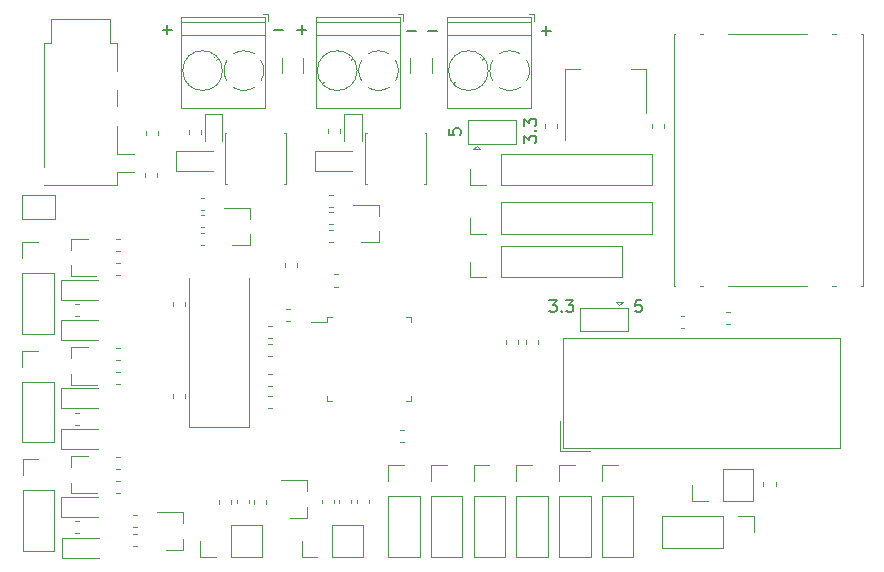
<source format=gto>
G04 #@! TF.GenerationSoftware,KiCad,Pcbnew,6.0.0-rc1-unknown-170ff66~66~ubuntu18.10.1*
G04 #@! TF.CreationDate,2019-01-13T15:31:38-08:00
G04 #@! TF.ProjectId,EExtruder,45457874-7275-4646-9572-2e6b69636164,rev?*
G04 #@! TF.SameCoordinates,Original*
G04 #@! TF.FileFunction,Legend,Top*
G04 #@! TF.FilePolarity,Positive*
%FSLAX46Y46*%
G04 Gerber Fmt 4.6, Leading zero omitted, Abs format (unit mm)*
G04 Created by KiCad (PCBNEW 6.0.0-rc1-unknown-170ff66~66~ubuntu18.10.1) date Sun 13 Jan 2019 03:31:38 PM PST*
%MOMM*%
%LPD*%
G04 APERTURE LIST*
%ADD10C,0.150000*%
%ADD11C,0.120000*%
%ADD12C,0.100000*%
%ADD13C,1.602000*%
%ADD14R,2.602000X1.302000*%
%ADD15R,1.602000X2.102000*%
%ADD16R,3.902000X2.102000*%
%ADD17O,1.802000X1.802000*%
%ADD18R,1.802000X1.802000*%
%ADD19R,1.102000X1.602000*%
%ADD20R,1.052000X0.977000*%
%ADD21R,0.977000X1.052000*%
%ADD22R,3.102000X0.229000*%
%ADD23R,0.229000X3.102000*%
%ADD24C,0.300000*%
%ADD25R,2.502000X2.502000*%
%ADD26C,2.502000*%
%ADD27R,1.852000X1.352000*%
%ADD28R,2.102000X4.102000*%
%ADD29C,3.302000*%
%ADD30O,1.829200X1.829200*%
%ADD31R,1.829200X1.829200*%
%ADD32R,2.102000X4.602000*%
%ADD33R,0.352000X1.402000*%
%ADD34R,1.402000X0.352000*%
%ADD35R,1.002000X0.902000*%
%ADD36R,0.840000X1.290000*%
%ADD37R,4.340000X3.440000*%
%ADD38R,4.840000X1.690000*%
%ADD39R,1.102000X1.102000*%
%ADD40C,0.977000*%
G04 APERTURE END LIST*
D10*
X161819047Y-84971428D02*
X162580952Y-84971428D01*
X141119047Y-84871428D02*
X141880952Y-84871428D01*
X141500000Y-85252380D02*
X141500000Y-84490476D01*
X150519047Y-84871428D02*
X151280952Y-84871428D01*
X152519047Y-84871428D02*
X153280952Y-84871428D01*
X152900000Y-85252380D02*
X152900000Y-84490476D01*
X163619047Y-84971428D02*
X164380952Y-84971428D01*
X173219047Y-84971428D02*
X173980952Y-84971428D01*
X173600000Y-85352380D02*
X173600000Y-84590476D01*
X173852380Y-107752380D02*
X174471428Y-107752380D01*
X174138095Y-108133333D01*
X174280952Y-108133333D01*
X174376190Y-108180952D01*
X174423809Y-108228571D01*
X174471428Y-108323809D01*
X174471428Y-108561904D01*
X174423809Y-108657142D01*
X174376190Y-108704761D01*
X174280952Y-108752380D01*
X173995238Y-108752380D01*
X173900000Y-108704761D01*
X173852380Y-108657142D01*
X174900000Y-108657142D02*
X174947619Y-108704761D01*
X174900000Y-108752380D01*
X174852380Y-108704761D01*
X174900000Y-108657142D01*
X174900000Y-108752380D01*
X175280952Y-107752380D02*
X175900000Y-107752380D01*
X175566666Y-108133333D01*
X175709523Y-108133333D01*
X175804761Y-108180952D01*
X175852380Y-108228571D01*
X175900000Y-108323809D01*
X175900000Y-108561904D01*
X175852380Y-108657142D01*
X175804761Y-108704761D01*
X175709523Y-108752380D01*
X175423809Y-108752380D01*
X175328571Y-108704761D01*
X175280952Y-108657142D01*
X181638095Y-107752380D02*
X181161904Y-107752380D01*
X181114285Y-108228571D01*
X181161904Y-108180952D01*
X181257142Y-108133333D01*
X181495238Y-108133333D01*
X181590476Y-108180952D01*
X181638095Y-108228571D01*
X181685714Y-108323809D01*
X181685714Y-108561904D01*
X181638095Y-108657142D01*
X181590476Y-108704761D01*
X181495238Y-108752380D01*
X181257142Y-108752380D01*
X181161904Y-108704761D01*
X181114285Y-108657142D01*
X165352380Y-93261904D02*
X165352380Y-93738095D01*
X165828571Y-93785714D01*
X165780952Y-93738095D01*
X165733333Y-93642857D01*
X165733333Y-93404761D01*
X165780952Y-93309523D01*
X165828571Y-93261904D01*
X165923809Y-93214285D01*
X166161904Y-93214285D01*
X166257142Y-93261904D01*
X166304761Y-93309523D01*
X166352380Y-93404761D01*
X166352380Y-93642857D01*
X166304761Y-93738095D01*
X166257142Y-93785714D01*
X171752380Y-94447619D02*
X171752380Y-93828571D01*
X172133333Y-94161904D01*
X172133333Y-94019047D01*
X172180952Y-93923809D01*
X172228571Y-93876190D01*
X172323809Y-93828571D01*
X172561904Y-93828571D01*
X172657142Y-93876190D01*
X172704761Y-93923809D01*
X172752380Y-94019047D01*
X172752380Y-94304761D01*
X172704761Y-94400000D01*
X172657142Y-94447619D01*
X172657142Y-93400000D02*
X172704761Y-93352380D01*
X172752380Y-93400000D01*
X172704761Y-93447619D01*
X172657142Y-93400000D01*
X172752380Y-93400000D01*
X171752380Y-93019047D02*
X171752380Y-92400000D01*
X172133333Y-92733333D01*
X172133333Y-92590476D01*
X172180952Y-92495238D01*
X172228571Y-92447619D01*
X172323809Y-92400000D01*
X172561904Y-92400000D01*
X172657142Y-92447619D01*
X172704761Y-92495238D01*
X172752380Y-92590476D01*
X172752380Y-92876190D01*
X172704761Y-92971428D01*
X172657142Y-93019047D01*
D11*
X131675000Y-85950000D02*
X131675000Y-83950000D01*
X136675000Y-85950000D02*
X136675000Y-83950000D01*
X136675000Y-83950000D02*
X131675000Y-83950000D01*
X131675000Y-85950000D02*
X131075000Y-85950000D01*
X137275000Y-85950000D02*
X136675000Y-85950000D01*
X131075000Y-98050000D02*
X137275000Y-98050000D01*
X137275000Y-85950000D02*
X137275000Y-88325000D01*
X137275000Y-89975000D02*
X137275000Y-91325000D01*
X137275000Y-92975000D02*
X137275000Y-95375000D01*
X137275000Y-96925000D02*
X137275000Y-98050000D01*
X131075000Y-96475000D02*
X131075000Y-85950000D01*
X137275000Y-96925000D02*
X138675000Y-96925000D01*
X137275000Y-95375000D02*
X138675000Y-95375000D01*
X175190000Y-94200000D02*
X175190000Y-88190000D01*
X182010000Y-91950000D02*
X182010000Y-88190000D01*
X175190000Y-88190000D02*
X176450000Y-88190000D01*
X182010000Y-88190000D02*
X180750000Y-88190000D01*
X167170000Y-98030000D02*
X167170000Y-96700000D01*
X168500000Y-98030000D02*
X167170000Y-98030000D01*
X169770000Y-98030000D02*
X169770000Y-95370000D01*
X169770000Y-95370000D02*
X182530000Y-95370000D01*
X169770000Y-98030000D02*
X182530000Y-98030000D01*
X182530000Y-98030000D02*
X182530000Y-95370000D01*
X167170000Y-102130000D02*
X167170000Y-100800000D01*
X168500000Y-102130000D02*
X167170000Y-102130000D01*
X169770000Y-102130000D02*
X169770000Y-99470000D01*
X169770000Y-99470000D02*
X182530000Y-99470000D01*
X169770000Y-102130000D02*
X182530000Y-102130000D01*
X182530000Y-102130000D02*
X182530000Y-99470000D01*
X180550000Y-110400000D02*
X176450000Y-110400000D01*
X176450000Y-110400000D02*
X176450000Y-108400000D01*
X176450000Y-108400000D02*
X180550000Y-108400000D01*
X180550000Y-108400000D02*
X180550000Y-110400000D01*
X179800000Y-108200000D02*
X180100000Y-107900000D01*
X180100000Y-107900000D02*
X179500000Y-107900000D01*
X179800000Y-108200000D02*
X179500000Y-107900000D01*
X166950000Y-92500000D02*
X171050000Y-92500000D01*
X171050000Y-92500000D02*
X171050000Y-94500000D01*
X171050000Y-94500000D02*
X166950000Y-94500000D01*
X166950000Y-94500000D02*
X166950000Y-92500000D01*
X167700000Y-94700000D02*
X167400000Y-95000000D01*
X167400000Y-95000000D02*
X168000000Y-95000000D01*
X167700000Y-94700000D02*
X168000000Y-95000000D01*
X174510000Y-92824721D02*
X174510000Y-93150279D01*
X173490000Y-92824721D02*
X173490000Y-93150279D01*
X182590000Y-93162779D02*
X182590000Y-92837221D01*
X183610000Y-93162779D02*
X183610000Y-92837221D01*
X188837221Y-108790000D02*
X189162779Y-108790000D01*
X188837221Y-109810000D02*
X189162779Y-109810000D01*
X129193000Y-98885500D02*
X131993000Y-98885500D01*
X131993000Y-98885500D02*
X131993000Y-100885500D01*
X131993000Y-100885500D02*
X129193000Y-100885500D01*
X129193000Y-100885500D02*
X129193000Y-98885500D01*
X147109736Y-86903779D02*
G75*
G02X148000000Y-86648500I890264J-1424721D01*
G01*
X146574495Y-89218693D02*
G75*
G02X146575000Y-87437500I1425505J890193D01*
G01*
X148889894Y-89753858D02*
G75*
G02X147134000Y-89768500I-889894J1425358D01*
G01*
X149425358Y-87438606D02*
G75*
G02X149440000Y-89194500I-1425358J-889894D01*
G01*
X147971326Y-86648401D02*
G75*
G02X148866000Y-86888500I28674J-1680099D01*
G01*
X146180000Y-88328500D02*
G75*
G03X146180000Y-88328500I-1680000J0D01*
G01*
X149810000Y-84228500D02*
X142690000Y-84228500D01*
X149810000Y-85328500D02*
X142690000Y-85328500D01*
X149810000Y-91488500D02*
X142690000Y-91488500D01*
X149810000Y-83768500D02*
X142690000Y-83768500D01*
X149810000Y-91488500D02*
X149810000Y-83768500D01*
X142690000Y-91488500D02*
X142690000Y-83768500D01*
X143225000Y-89397500D02*
X143354000Y-89269500D01*
X145475000Y-87147500D02*
X145569000Y-87054500D01*
X143430000Y-89603500D02*
X143524000Y-89509500D01*
X145645000Y-87387500D02*
X145774000Y-87259500D01*
X150050000Y-84168500D02*
X150050000Y-83528500D01*
X150050000Y-83528500D02*
X149650000Y-83528500D01*
X158509736Y-86903779D02*
G75*
G02X159400000Y-86648500I890264J-1424721D01*
G01*
X157974495Y-89218693D02*
G75*
G02X157975000Y-87437500I1425505J890193D01*
G01*
X160289894Y-89753858D02*
G75*
G02X158534000Y-89768500I-889894J1425358D01*
G01*
X160825358Y-87438606D02*
G75*
G02X160840000Y-89194500I-1425358J-889894D01*
G01*
X159371326Y-86648401D02*
G75*
G02X160266000Y-86888500I28674J-1680099D01*
G01*
X157580000Y-88328500D02*
G75*
G03X157580000Y-88328500I-1680000J0D01*
G01*
X161210000Y-84228500D02*
X154090000Y-84228500D01*
X161210000Y-85328500D02*
X154090000Y-85328500D01*
X161210000Y-91488500D02*
X154090000Y-91488500D01*
X161210000Y-83768500D02*
X154090000Y-83768500D01*
X161210000Y-91488500D02*
X161210000Y-83768500D01*
X154090000Y-91488500D02*
X154090000Y-83768500D01*
X154625000Y-89397500D02*
X154754000Y-89269500D01*
X156875000Y-87147500D02*
X156969000Y-87054500D01*
X154830000Y-89603500D02*
X154924000Y-89509500D01*
X157045000Y-87387500D02*
X157174000Y-87259500D01*
X161450000Y-84168500D02*
X161450000Y-83528500D01*
X161450000Y-83528500D02*
X161050000Y-83528500D01*
X169614736Y-86903779D02*
G75*
G02X170505000Y-86648500I890264J-1424721D01*
G01*
X169079495Y-89218693D02*
G75*
G02X169080000Y-87437500I1425505J890193D01*
G01*
X171394894Y-89753858D02*
G75*
G02X169639000Y-89768500I-889894J1425358D01*
G01*
X171930358Y-87438606D02*
G75*
G02X171945000Y-89194500I-1425358J-889894D01*
G01*
X170476326Y-86648401D02*
G75*
G02X171371000Y-86888500I28674J-1680099D01*
G01*
X168685000Y-88328500D02*
G75*
G03X168685000Y-88328500I-1680000J0D01*
G01*
X172315000Y-84228500D02*
X165195000Y-84228500D01*
X172315000Y-85328500D02*
X165195000Y-85328500D01*
X172315000Y-91488500D02*
X165195000Y-91488500D01*
X172315000Y-83768500D02*
X165195000Y-83768500D01*
X172315000Y-91488500D02*
X172315000Y-83768500D01*
X165195000Y-91488500D02*
X165195000Y-83768500D01*
X165730000Y-89397500D02*
X165859000Y-89269500D01*
X167980000Y-87147500D02*
X168074000Y-87054500D01*
X165935000Y-89603500D02*
X166029000Y-89509500D01*
X168150000Y-87387500D02*
X168279000Y-87259500D01*
X172555000Y-84168500D02*
X172555000Y-83528500D01*
X172555000Y-83528500D02*
X172155000Y-83528500D01*
X167170000Y-105830000D02*
X167170000Y-104500000D01*
X168500000Y-105830000D02*
X167170000Y-105830000D01*
X169770000Y-105830000D02*
X169770000Y-103170000D01*
X169770000Y-103170000D02*
X179990000Y-103170000D01*
X169770000Y-105830000D02*
X179990000Y-105830000D01*
X179990000Y-105830000D02*
X179990000Y-103170000D01*
X134058779Y-109095000D02*
X133733221Y-109095000D01*
X134058779Y-108075000D02*
X133733221Y-108075000D01*
X137149221Y-104646000D02*
X137474779Y-104646000D01*
X137149221Y-105666000D02*
X137474779Y-105666000D01*
X137474779Y-103634000D02*
X137149221Y-103634000D01*
X137474779Y-102614000D02*
X137149221Y-102614000D01*
X134058779Y-127510000D02*
X133733221Y-127510000D01*
X134058779Y-126490000D02*
X133733221Y-126490000D01*
X137187221Y-123061000D02*
X137512779Y-123061000D01*
X137187221Y-124081000D02*
X137512779Y-124081000D01*
X137512779Y-122049000D02*
X137187221Y-122049000D01*
X137512779Y-121029000D02*
X137187221Y-121029000D01*
X134058779Y-118302000D02*
X133733221Y-118302000D01*
X134058779Y-117282000D02*
X133733221Y-117282000D01*
X137149221Y-113854000D02*
X137474779Y-113854000D01*
X137149221Y-114874000D02*
X137474779Y-114874000D01*
X137487779Y-112842000D02*
X137162221Y-112842000D01*
X137487779Y-111822000D02*
X137162221Y-111822000D01*
X155640000Y-124640221D02*
X155640000Y-124965779D01*
X154620000Y-124640221D02*
X154620000Y-124965779D01*
X158562000Y-124653221D02*
X158562000Y-124978779D01*
X157542000Y-124653221D02*
X157542000Y-124978779D01*
X146941000Y-124703221D02*
X146941000Y-125028779D01*
X145921000Y-124703221D02*
X145921000Y-125028779D01*
X149862000Y-124703221D02*
X149862000Y-125028779D01*
X148842000Y-124703221D02*
X148842000Y-125028779D01*
X144338000Y-93334721D02*
X144338000Y-93660279D01*
X143318000Y-93334721D02*
X143318000Y-93660279D01*
X144337221Y-102042000D02*
X144662779Y-102042000D01*
X144337221Y-103062000D02*
X144662779Y-103062000D01*
X144650779Y-100141500D02*
X144325221Y-100141500D01*
X144650779Y-99121500D02*
X144325221Y-99121500D01*
X144325221Y-100582000D02*
X144650779Y-100582000D01*
X144325221Y-101602000D02*
X144650779Y-101602000D01*
X156148000Y-93283721D02*
X156148000Y-93609279D01*
X155128000Y-93283721D02*
X155128000Y-93609279D01*
X155196221Y-101788000D02*
X155521779Y-101788000D01*
X155196221Y-102808000D02*
X155521779Y-102808000D01*
X155521779Y-99887500D02*
X155196221Y-99887500D01*
X155521779Y-98867500D02*
X155196221Y-98867500D01*
X155196221Y-100328000D02*
X155521779Y-100328000D01*
X155196221Y-101348000D02*
X155521779Y-101348000D01*
X138948779Y-126938000D02*
X138623221Y-126938000D01*
X138948779Y-125918000D02*
X138623221Y-125918000D01*
X172910000Y-111149221D02*
X172910000Y-111474779D01*
X171890000Y-111149221D02*
X171890000Y-111474779D01*
X193010000Y-123137221D02*
X193010000Y-123462779D01*
X191990000Y-123137221D02*
X191990000Y-123462779D01*
X171210000Y-111137221D02*
X171210000Y-111462779D01*
X170190000Y-111137221D02*
X170190000Y-111462779D01*
X150362779Y-112510000D02*
X150037221Y-112510000D01*
X150362779Y-111490000D02*
X150037221Y-111490000D01*
X150362779Y-111000000D02*
X150037221Y-111000000D01*
X150362779Y-109980000D02*
X150037221Y-109980000D01*
X139590000Y-97362779D02*
X139590000Y-97037221D01*
X140610000Y-97362779D02*
X140610000Y-97037221D01*
X139690000Y-93762779D02*
X139690000Y-93437221D01*
X140710000Y-93762779D02*
X140710000Y-93437221D01*
X156081000Y-124978779D02*
X156081000Y-124653221D01*
X157101000Y-124978779D02*
X157101000Y-124653221D01*
X147382000Y-124978779D02*
X147382000Y-124653221D01*
X148402000Y-124978779D02*
X148402000Y-124653221D01*
X153010000Y-87297936D02*
X153010000Y-88502064D01*
X151190000Y-87297936D02*
X151190000Y-88502064D01*
X163910000Y-87297936D02*
X163910000Y-88502064D01*
X162090000Y-87297936D02*
X162090000Y-88502064D01*
X150362779Y-115010000D02*
X150037221Y-115010000D01*
X150362779Y-113990000D02*
X150037221Y-113990000D01*
X138948779Y-128590000D02*
X138623221Y-128590000D01*
X138948779Y-127570000D02*
X138623221Y-127570000D01*
X184965221Y-109091000D02*
X185290779Y-109091000D01*
X184965221Y-110111000D02*
X185290779Y-110111000D01*
X150362779Y-116910000D02*
X150037221Y-116910000D01*
X150362779Y-115890000D02*
X150037221Y-115890000D01*
X161562779Y-119810000D02*
X161237221Y-119810000D01*
X161562779Y-118790000D02*
X161237221Y-118790000D01*
X155637221Y-105590000D02*
X155962779Y-105590000D01*
X155637221Y-106610000D02*
X155962779Y-106610000D01*
X143010000Y-115737221D02*
X143010000Y-116062779D01*
X141990000Y-115737221D02*
X141990000Y-116062779D01*
X143010000Y-107937221D02*
X143010000Y-108262779D01*
X141990000Y-107937221D02*
X141990000Y-108262779D01*
X151862779Y-109510000D02*
X151537221Y-109510000D01*
X151862779Y-108490000D02*
X151537221Y-108490000D01*
X151490000Y-104962779D02*
X151490000Y-104637221D01*
X152510000Y-104962779D02*
X152510000Y-104637221D01*
D12*
X184400000Y-85200000D02*
X200400000Y-85200000D01*
X184400000Y-106600000D02*
X184400000Y-85200000D01*
X200400000Y-106600000D02*
X184400000Y-106600000D01*
X200400000Y-85200000D02*
X200400000Y-106600000D01*
D11*
X174800000Y-120555000D02*
X174800000Y-118015000D01*
X174800000Y-120555000D02*
X177340000Y-120555000D01*
X175050000Y-120305000D02*
X175050000Y-110955000D01*
X198450000Y-120305000D02*
X175050000Y-120305000D01*
X198450000Y-110955000D02*
X198450000Y-120305000D01*
X175050000Y-110955000D02*
X198450000Y-110955000D01*
X148473000Y-118464000D02*
X148473000Y-105864000D01*
X143373000Y-118464000D02*
X148473000Y-118464000D01*
X143373000Y-105864000D02*
X143373000Y-118464000D01*
X155063000Y-116336000D02*
X155483000Y-116336000D01*
X155063000Y-109216000D02*
X155063000Y-109636000D01*
X155063000Y-109636000D02*
X153683000Y-109636000D01*
X162183000Y-109216000D02*
X161763000Y-109216000D01*
X162183000Y-116336000D02*
X161763000Y-116336000D01*
X155063000Y-109216000D02*
X155483000Y-109216000D01*
X155063000Y-116336000D02*
X155063000Y-115916000D01*
X162183000Y-116336000D02*
X162183000Y-115916000D01*
X162183000Y-109216000D02*
X162183000Y-109636000D01*
X133336000Y-102558000D02*
X134796000Y-102558000D01*
X133336000Y-105718000D02*
X135496000Y-105718000D01*
X133336000Y-105718000D02*
X133336000Y-104788000D01*
X133336000Y-102558000D02*
X133336000Y-103488000D01*
X133368000Y-120972000D02*
X134828000Y-120972000D01*
X133368000Y-124132000D02*
X135528000Y-124132000D01*
X133368000Y-124132000D02*
X133368000Y-123202000D01*
X133368000Y-120972000D02*
X133368000Y-121902000D01*
X133368000Y-111765000D02*
X134828000Y-111765000D01*
X133368000Y-114925000D02*
X135528000Y-114925000D01*
X133368000Y-114925000D02*
X133368000Y-113995000D01*
X133368000Y-111765000D02*
X133368000Y-112695000D01*
X146371000Y-97936500D02*
X146571000Y-97936500D01*
X146371000Y-93636500D02*
X146371000Y-97936500D01*
X146521000Y-93636500D02*
X146371000Y-93636500D01*
X151571000Y-93636500D02*
X151421000Y-93636500D01*
X151571000Y-97936500D02*
X151571000Y-93636500D01*
X151371000Y-97936500D02*
X151571000Y-97936500D01*
X148477000Y-103116000D02*
X147017000Y-103116000D01*
X148477000Y-99956000D02*
X146317000Y-99956000D01*
X148477000Y-99956000D02*
X148477000Y-100886000D01*
X148477000Y-103116000D02*
X148477000Y-102186000D01*
X158246000Y-97946000D02*
X158446000Y-97946000D01*
X158246000Y-93646000D02*
X158246000Y-97946000D01*
X158396000Y-93646000D02*
X158246000Y-93646000D01*
X163446000Y-93646000D02*
X163296000Y-93646000D01*
X163446000Y-97946000D02*
X163446000Y-93646000D01*
X163246000Y-97946000D02*
X163446000Y-97946000D01*
X159399000Y-102862000D02*
X157939000Y-102862000D01*
X159399000Y-99702000D02*
X157239000Y-99702000D01*
X159399000Y-99702000D02*
X159399000Y-100632000D01*
X159399000Y-102862000D02*
X159399000Y-101932000D01*
X160214000Y-121733000D02*
X161544000Y-121733000D01*
X160214000Y-123063000D02*
X160214000Y-121733000D01*
X160214000Y-124333000D02*
X162874000Y-124333000D01*
X162874000Y-124333000D02*
X162874000Y-129473000D01*
X160214000Y-124333000D02*
X160214000Y-129473000D01*
X160214000Y-129473000D02*
X162874000Y-129473000D01*
X178312000Y-121733000D02*
X179642000Y-121733000D01*
X178312000Y-123063000D02*
X178312000Y-121733000D01*
X178312000Y-124333000D02*
X180972000Y-124333000D01*
X180972000Y-124333000D02*
X180972000Y-129473000D01*
X178312000Y-124333000D02*
X178312000Y-129473000D01*
X178312000Y-129473000D02*
X180972000Y-129473000D01*
X174692000Y-121733000D02*
X176022000Y-121733000D01*
X174692000Y-123063000D02*
X174692000Y-121733000D01*
X174692000Y-124333000D02*
X177352000Y-124333000D01*
X177352000Y-124333000D02*
X177352000Y-129473000D01*
X174692000Y-124333000D02*
X174692000Y-129473000D01*
X174692000Y-129473000D02*
X177352000Y-129473000D01*
X171072000Y-121733000D02*
X172402000Y-121733000D01*
X171072000Y-123063000D02*
X171072000Y-121733000D01*
X171072000Y-124333000D02*
X173732000Y-124333000D01*
X173732000Y-124333000D02*
X173732000Y-129473000D01*
X171072000Y-124333000D02*
X171072000Y-129473000D01*
X171072000Y-129473000D02*
X173732000Y-129473000D01*
X167453000Y-121733000D02*
X168783000Y-121733000D01*
X167453000Y-123063000D02*
X167453000Y-121733000D01*
X167453000Y-124333000D02*
X170113000Y-124333000D01*
X170113000Y-124333000D02*
X170113000Y-129473000D01*
X167453000Y-124333000D02*
X167453000Y-129473000D01*
X167453000Y-129473000D02*
X170113000Y-129473000D01*
X163834000Y-121733000D02*
X165164000Y-121733000D01*
X163834000Y-123063000D02*
X163834000Y-121733000D01*
X163834000Y-124333000D02*
X166494000Y-124333000D01*
X166494000Y-124333000D02*
X166494000Y-129473000D01*
X163834000Y-124333000D02*
X163834000Y-129473000D01*
X163834000Y-129473000D02*
X166494000Y-129473000D01*
X185930000Y-124730000D02*
X185930000Y-123400000D01*
X187260000Y-124730000D02*
X185930000Y-124730000D01*
X188530000Y-124730000D02*
X188530000Y-122070000D01*
X188530000Y-122070000D02*
X191130000Y-122070000D01*
X188530000Y-124730000D02*
X191130000Y-124730000D01*
X191130000Y-124730000D02*
X191130000Y-122070000D01*
X191170000Y-126070000D02*
X191170000Y-127400000D01*
X189840000Y-126070000D02*
X191170000Y-126070000D01*
X188570000Y-126070000D02*
X188570000Y-128730000D01*
X188570000Y-128730000D02*
X183430000Y-128730000D01*
X188570000Y-126070000D02*
X183430000Y-126070000D01*
X183430000Y-126070000D02*
X183430000Y-128730000D01*
X129238000Y-102851000D02*
X130568000Y-102851000D01*
X129238000Y-104181000D02*
X129238000Y-102851000D01*
X129238000Y-105451000D02*
X131898000Y-105451000D01*
X131898000Y-105451000D02*
X131898000Y-110591000D01*
X129238000Y-105451000D02*
X129238000Y-110591000D01*
X129238000Y-110591000D02*
X131898000Y-110591000D01*
X129277000Y-121246000D02*
X130607000Y-121246000D01*
X129277000Y-122576000D02*
X129277000Y-121246000D01*
X129277000Y-123846000D02*
X131937000Y-123846000D01*
X131937000Y-123846000D02*
X131937000Y-128986000D01*
X129277000Y-123846000D02*
X129277000Y-128986000D01*
X129277000Y-128986000D02*
X131937000Y-128986000D01*
X129250000Y-112058000D02*
X130580000Y-112058000D01*
X129250000Y-113388000D02*
X129250000Y-112058000D01*
X129250000Y-114658000D02*
X131910000Y-114658000D01*
X131910000Y-114658000D02*
X131910000Y-119798000D01*
X129250000Y-114658000D02*
X129250000Y-119798000D01*
X129250000Y-119798000D02*
X131910000Y-119798000D01*
X152889000Y-129473000D02*
X152889000Y-128143000D01*
X154219000Y-129473000D02*
X152889000Y-129473000D01*
X155489000Y-129473000D02*
X155489000Y-126813000D01*
X155489000Y-126813000D02*
X158089000Y-126813000D01*
X155489000Y-129473000D02*
X158089000Y-129473000D01*
X158089000Y-129473000D02*
X158089000Y-126813000D01*
X144312000Y-129486000D02*
X144312000Y-128156000D01*
X145642000Y-129486000D02*
X144312000Y-129486000D01*
X146912000Y-129486000D02*
X146912000Y-126826000D01*
X146912000Y-126826000D02*
X149512000Y-126826000D01*
X146912000Y-129486000D02*
X149512000Y-129486000D01*
X149512000Y-129486000D02*
X149512000Y-126826000D01*
X132510000Y-109450000D02*
X135660000Y-109450000D01*
X132510000Y-111150000D02*
X135660000Y-111150000D01*
X132510000Y-109450000D02*
X132510000Y-111150000D01*
X132486000Y-106020000D02*
X135636000Y-106020000D01*
X132486000Y-107720000D02*
X135636000Y-107720000D01*
X132486000Y-106020000D02*
X132486000Y-107720000D01*
X132573000Y-127864000D02*
X135723000Y-127864000D01*
X132573000Y-129564000D02*
X135723000Y-129564000D01*
X132573000Y-127864000D02*
X132573000Y-129564000D01*
X132530000Y-124436000D02*
X135680000Y-124436000D01*
X132530000Y-126136000D02*
X135680000Y-126136000D01*
X132530000Y-124436000D02*
X132530000Y-126136000D01*
X132510000Y-118657000D02*
X135660000Y-118657000D01*
X132510000Y-120357000D02*
X135660000Y-120357000D01*
X132510000Y-118657000D02*
X132510000Y-120357000D01*
X132510000Y-115228000D02*
X135660000Y-115228000D01*
X132510000Y-116928000D02*
X135660000Y-116928000D01*
X132510000Y-115228000D02*
X132510000Y-116928000D01*
X153334000Y-126167000D02*
X151874000Y-126167000D01*
X153334000Y-123007000D02*
X151174000Y-123007000D01*
X153334000Y-123007000D02*
X153334000Y-123937000D01*
X153334000Y-126167000D02*
X153334000Y-125237000D01*
X142826000Y-128898000D02*
X141366000Y-128898000D01*
X142826000Y-125738000D02*
X140666000Y-125738000D01*
X142826000Y-125738000D02*
X142826000Y-126668000D01*
X142826000Y-128898000D02*
X142826000Y-127968000D01*
X142225000Y-95162000D02*
X145375000Y-95162000D01*
X142225000Y-96862000D02*
X145375000Y-96862000D01*
X142225000Y-95162000D02*
X142225000Y-96862000D01*
X144680000Y-92012500D02*
X144680000Y-94297500D01*
X146150000Y-92012500D02*
X144680000Y-92012500D01*
X146150000Y-94297500D02*
X146150000Y-92012500D01*
X154036000Y-95162000D02*
X157186000Y-95162000D01*
X154036000Y-96862000D02*
X157186000Y-96862000D01*
X154036000Y-95162000D02*
X154036000Y-96862000D01*
X156491000Y-91987000D02*
X156491000Y-94272000D01*
X157961000Y-91987000D02*
X156491000Y-91987000D01*
X157961000Y-94272000D02*
X157961000Y-91987000D01*
%LPC*%
D13*
X134175000Y-94550000D03*
X134175000Y-87550000D03*
D14*
X137425000Y-89150000D03*
X137425000Y-92150000D03*
X137425000Y-96150000D03*
X130925000Y-97250000D03*
D15*
X176300000Y-93250000D03*
X180900000Y-93250000D03*
X178600000Y-93250000D03*
D16*
X178600000Y-86950000D03*
D17*
X181200000Y-96700000D03*
X178660000Y-96700000D03*
X176120000Y-96700000D03*
X173580000Y-96700000D03*
X171040000Y-96700000D03*
D18*
X168500000Y-96700000D03*
D17*
X181200000Y-100800000D03*
X178660000Y-100800000D03*
X176120000Y-100800000D03*
X173580000Y-100800000D03*
X171040000Y-100800000D03*
D18*
X168500000Y-100800000D03*
D19*
X179800000Y-109400000D03*
X178500000Y-109400000D03*
X177200000Y-109400000D03*
X167700000Y-93500000D03*
X169000000Y-93500000D03*
X170300000Y-93500000D03*
D20*
X174000000Y-92200000D03*
X174000000Y-93775000D03*
X183100000Y-93787500D03*
X183100000Y-92212500D03*
D21*
X188212500Y-109300000D03*
X189787500Y-109300000D03*
D22*
X199500000Y-128300000D03*
D23*
X199500000Y-128300000D03*
D22*
X129730000Y-84899500D03*
D23*
X129730000Y-84899500D03*
D24*
X129868000Y-99885500D03*
D12*
G36*
X130377950Y-99085480D02*
G01*
X130387517Y-99088382D01*
X130396334Y-99093095D01*
X130404062Y-99099438D01*
X130410435Y-99107210D01*
X130910435Y-99857210D01*
X130915138Y-99866032D01*
X130918030Y-99875603D01*
X130919000Y-99885553D01*
X130918010Y-99895502D01*
X130915097Y-99905066D01*
X130910435Y-99913790D01*
X130410435Y-100663790D01*
X130404100Y-100671525D01*
X130396378Y-100677875D01*
X130387566Y-100682597D01*
X130378002Y-100685510D01*
X130368000Y-100686500D01*
X129368000Y-100686500D01*
X129358050Y-100685520D01*
X129348483Y-100682618D01*
X129339666Y-100677905D01*
X129331938Y-100671562D01*
X129325595Y-100663834D01*
X129320882Y-100655017D01*
X129317980Y-100645450D01*
X129317000Y-100635500D01*
X129317000Y-99135500D01*
X129317980Y-99125550D01*
X129320882Y-99115983D01*
X129325595Y-99107166D01*
X129331938Y-99099438D01*
X129339666Y-99093095D01*
X129348483Y-99088382D01*
X129358050Y-99085480D01*
X129368000Y-99084500D01*
X130368000Y-99084500D01*
X130377950Y-99085480D01*
X130377950Y-99085480D01*
G37*
D24*
X131318000Y-99885500D03*
D12*
G36*
X131827950Y-99085480D02*
G01*
X131837517Y-99088382D01*
X131846334Y-99093095D01*
X131854062Y-99099438D01*
X131860405Y-99107166D01*
X131865118Y-99115983D01*
X131868020Y-99125550D01*
X131869000Y-99135500D01*
X131869000Y-100635500D01*
X131868020Y-100645450D01*
X131865118Y-100655017D01*
X131860405Y-100663834D01*
X131854062Y-100671562D01*
X131846334Y-100677905D01*
X131837517Y-100682618D01*
X131827950Y-100685520D01*
X131818000Y-100686500D01*
X130668000Y-100686500D01*
X130658050Y-100685520D01*
X130648483Y-100682618D01*
X130639666Y-100677905D01*
X130631938Y-100671562D01*
X130625595Y-100663834D01*
X130620882Y-100655017D01*
X130617980Y-100645450D01*
X130617000Y-100635500D01*
X130617980Y-100625550D01*
X130620882Y-100615983D01*
X130625565Y-100607210D01*
X131106705Y-99885500D01*
X130625565Y-99163790D01*
X130620862Y-99154968D01*
X130617970Y-99145397D01*
X130617000Y-99135447D01*
X130617990Y-99125498D01*
X130620903Y-99115934D01*
X130625625Y-99107122D01*
X130631975Y-99099400D01*
X130639710Y-99093065D01*
X130648532Y-99088362D01*
X130658103Y-99085470D01*
X130668000Y-99084500D01*
X131818000Y-99084500D01*
X131827950Y-99085480D01*
X131827950Y-99085480D01*
G37*
D25*
X148000000Y-88328500D03*
D26*
X144500000Y-88328500D03*
D25*
X159400000Y-88328500D03*
D26*
X155900000Y-88328500D03*
D25*
X170505000Y-88328500D03*
D26*
X167005000Y-88328500D03*
D17*
X178660000Y-104500000D03*
X176120000Y-104500000D03*
X173580000Y-104500000D03*
X171040000Y-104500000D03*
D18*
X168500000Y-104500000D03*
D21*
X134683500Y-108585000D03*
X133108500Y-108585000D03*
X136524500Y-105156000D03*
X138099500Y-105156000D03*
X138099500Y-103124000D03*
X136524500Y-103124000D03*
X134683500Y-127000000D03*
X133108500Y-127000000D03*
X136562500Y-123571000D03*
X138137500Y-123571000D03*
X138137500Y-121539000D03*
X136562500Y-121539000D03*
X134683500Y-117792000D03*
X133108500Y-117792000D03*
X136524500Y-114364000D03*
X138099500Y-114364000D03*
X138112500Y-112332000D03*
X136537500Y-112332000D03*
D20*
X155130000Y-124015500D03*
X155130000Y-125590500D03*
X158052000Y-124028500D03*
X158052000Y-125603500D03*
X146431000Y-124078500D03*
X146431000Y-125653500D03*
X149352000Y-124078500D03*
X149352000Y-125653500D03*
X143828000Y-92710000D03*
X143828000Y-94285000D03*
D21*
X143712500Y-102552000D03*
X145287500Y-102552000D03*
X145275500Y-99631500D03*
X143700500Y-99631500D03*
X143700500Y-101092000D03*
X145275500Y-101092000D03*
D20*
X155638000Y-92659000D03*
X155638000Y-94234000D03*
D21*
X154571500Y-102298000D03*
X156146500Y-102298000D03*
X156146500Y-99377500D03*
X154571500Y-99377500D03*
X154571500Y-100838000D03*
X156146500Y-100838000D03*
X139573500Y-126428000D03*
X137998500Y-126428000D03*
D20*
X172400000Y-110524500D03*
X172400000Y-112099500D03*
X192500000Y-122512500D03*
X192500000Y-124087500D03*
X170700000Y-110512500D03*
X170700000Y-112087500D03*
D21*
X150987500Y-112000000D03*
X149412500Y-112000000D03*
X150987500Y-110490000D03*
X149412500Y-110490000D03*
D20*
X140100000Y-97987500D03*
X140100000Y-96412500D03*
X140200000Y-94387500D03*
X140200000Y-92812500D03*
X156591000Y-125603500D03*
X156591000Y-124028500D03*
X147892000Y-125603500D03*
X147892000Y-124028500D03*
D27*
X152100000Y-86500000D03*
X152100000Y-89300000D03*
X163000000Y-86500000D03*
X163000000Y-89300000D03*
D21*
X150987500Y-114500000D03*
X149412500Y-114500000D03*
X139573500Y-128080000D03*
X137998500Y-128080000D03*
X184340500Y-109601000D03*
X185915500Y-109601000D03*
X150987500Y-116400000D03*
X149412500Y-116400000D03*
X162187500Y-119300000D03*
X160612500Y-119300000D03*
X155012500Y-106100000D03*
X156587500Y-106100000D03*
D20*
X142500000Y-115112500D03*
X142500000Y-116687500D03*
X142500000Y-107312500D03*
X142500000Y-108887500D03*
D21*
X152487500Y-109000000D03*
X150912500Y-109000000D03*
D20*
X152000000Y-105587500D03*
X152000000Y-104012500D03*
D28*
X188000000Y-105800000D03*
X185600000Y-105800000D03*
X196800000Y-105800000D03*
X199200000Y-105800000D03*
X188000000Y-86000000D03*
X185600000Y-86000000D03*
X196800000Y-86000000D03*
X199200000Y-86000000D03*
D29*
X197200000Y-125900000D03*
X142367000Y-122047000D03*
D30*
X193100000Y-114360000D03*
X193100000Y-116900000D03*
X190560000Y-114360000D03*
X190560000Y-116900000D03*
X188020000Y-114360000D03*
X188020000Y-116900000D03*
X185480000Y-114360000D03*
X185480000Y-116900000D03*
X182940000Y-114360000D03*
X182940000Y-116900000D03*
X180400000Y-114360000D03*
D31*
X180400000Y-116900000D03*
D32*
X145923000Y-107514000D03*
X145923000Y-116014000D03*
D33*
X155873000Y-108426000D03*
X156373000Y-108426000D03*
X156873000Y-108426000D03*
X157373000Y-108426000D03*
X157873000Y-108426000D03*
X158373000Y-108426000D03*
X158873000Y-108426000D03*
X159373000Y-108426000D03*
X159873000Y-108426000D03*
X160373000Y-108426000D03*
X160873000Y-108426000D03*
X161373000Y-108426000D03*
D34*
X162973000Y-110026000D03*
X162973000Y-110526000D03*
X162973000Y-111026000D03*
X162973000Y-111526000D03*
X162973000Y-112026000D03*
X162973000Y-112526000D03*
X162973000Y-113026000D03*
X162973000Y-113526000D03*
X162973000Y-114026000D03*
X162973000Y-114526000D03*
X162973000Y-115026000D03*
X162973000Y-115526000D03*
D33*
X161373000Y-117126000D03*
X160873000Y-117126000D03*
X160373000Y-117126000D03*
X159873000Y-117126000D03*
X159373000Y-117126000D03*
X158873000Y-117126000D03*
X158373000Y-117126000D03*
X157873000Y-117126000D03*
X157373000Y-117126000D03*
X156873000Y-117126000D03*
X156373000Y-117126000D03*
X155873000Y-117126000D03*
D34*
X154273000Y-115526000D03*
X154273000Y-115026000D03*
X154273000Y-114526000D03*
X154273000Y-114026000D03*
X154273000Y-113526000D03*
X154273000Y-113026000D03*
X154273000Y-112526000D03*
X154273000Y-112026000D03*
X154273000Y-111526000D03*
X154273000Y-111026000D03*
X154273000Y-110526000D03*
X154273000Y-110026000D03*
D35*
X133096000Y-104138000D03*
X135096000Y-103188000D03*
X135096000Y-105088000D03*
X133128000Y-122552000D03*
X135128000Y-121602000D03*
X135128000Y-123502000D03*
X133128000Y-113345000D03*
X135128000Y-112395000D03*
X135128000Y-114295000D03*
D36*
X150881000Y-98456500D03*
D37*
X148971000Y-95186500D03*
D38*
X148971000Y-92986500D03*
D36*
X149611000Y-98456500D03*
X147061000Y-98456500D03*
X148331000Y-98456500D03*
D35*
X148717000Y-101536000D03*
X146717000Y-102486000D03*
X146717000Y-100586000D03*
D36*
X162756000Y-98466000D03*
D37*
X160846000Y-95196000D03*
D38*
X160846000Y-92996000D03*
D36*
X161486000Y-98466000D03*
X158936000Y-98466000D03*
X160206000Y-98466000D03*
D35*
X159639000Y-101282000D03*
X157639000Y-102232000D03*
X157639000Y-100332000D03*
D17*
X161544000Y-128143000D03*
X161544000Y-125603000D03*
D18*
X161544000Y-123063000D03*
D17*
X179642000Y-128143000D03*
X179642000Y-125603000D03*
D18*
X179642000Y-123063000D03*
D17*
X176022000Y-128143000D03*
X176022000Y-125603000D03*
D18*
X176022000Y-123063000D03*
D17*
X172402000Y-128143000D03*
X172402000Y-125603000D03*
D18*
X172402000Y-123063000D03*
D17*
X168783000Y-128143000D03*
X168783000Y-125603000D03*
D18*
X168783000Y-123063000D03*
D17*
X165164000Y-128143000D03*
X165164000Y-125603000D03*
D18*
X165164000Y-123063000D03*
D17*
X189800000Y-123400000D03*
D18*
X187260000Y-123400000D03*
D17*
X184760000Y-127400000D03*
X187300000Y-127400000D03*
D18*
X189840000Y-127400000D03*
D17*
X130568000Y-109261000D03*
X130568000Y-106721000D03*
D18*
X130568000Y-104181000D03*
D17*
X130607000Y-127656000D03*
X130607000Y-125116000D03*
D18*
X130607000Y-122576000D03*
D17*
X130580000Y-118468000D03*
X130580000Y-115928000D03*
D18*
X130580000Y-113388000D03*
D17*
X156759000Y-128143000D03*
D18*
X154219000Y-128143000D03*
D17*
X148182000Y-128156000D03*
D18*
X145642000Y-128156000D03*
D39*
X135660000Y-110300000D03*
X133160000Y-110300000D03*
X135636000Y-106870000D03*
X133136000Y-106870000D03*
X135723000Y-128714000D03*
X133223000Y-128714000D03*
X135680000Y-125286000D03*
X133180000Y-125286000D03*
X135660000Y-119507000D03*
X133160000Y-119507000D03*
X135660000Y-116078000D03*
X133160000Y-116078000D03*
D35*
X153574000Y-124587000D03*
X151574000Y-125537000D03*
X151574000Y-123637000D03*
X143066000Y-127318000D03*
X141066000Y-128268000D03*
X141066000Y-126368000D03*
D39*
X145375000Y-96012000D03*
X142875000Y-96012000D03*
D12*
G36*
X145720691Y-93797676D02*
G01*
X145744401Y-93801193D01*
X145767652Y-93807017D01*
X145790220Y-93815092D01*
X145811889Y-93825341D01*
X145832448Y-93837664D01*
X145851701Y-93851942D01*
X145869461Y-93868039D01*
X145885558Y-93885799D01*
X145899836Y-93905052D01*
X145912159Y-93925611D01*
X145922408Y-93947280D01*
X145930483Y-93969848D01*
X145936307Y-93993099D01*
X145939824Y-94016809D01*
X145941000Y-94040750D01*
X145941000Y-94529250D01*
X145939824Y-94553191D01*
X145936307Y-94576901D01*
X145930483Y-94600152D01*
X145922408Y-94622720D01*
X145912159Y-94644389D01*
X145899836Y-94664948D01*
X145885558Y-94684201D01*
X145869461Y-94701961D01*
X145851701Y-94718058D01*
X145832448Y-94732336D01*
X145811889Y-94744659D01*
X145790220Y-94754908D01*
X145767652Y-94762983D01*
X145744401Y-94768807D01*
X145720691Y-94772324D01*
X145696750Y-94773500D01*
X145133250Y-94773500D01*
X145109309Y-94772324D01*
X145085599Y-94768807D01*
X145062348Y-94762983D01*
X145039780Y-94754908D01*
X145018111Y-94744659D01*
X144997552Y-94732336D01*
X144978299Y-94718058D01*
X144960539Y-94701961D01*
X144944442Y-94684201D01*
X144930164Y-94664948D01*
X144917841Y-94644389D01*
X144907592Y-94622720D01*
X144899517Y-94600152D01*
X144893693Y-94576901D01*
X144890176Y-94553191D01*
X144889000Y-94529250D01*
X144889000Y-94040750D01*
X144890176Y-94016809D01*
X144893693Y-93993099D01*
X144899517Y-93969848D01*
X144907592Y-93947280D01*
X144917841Y-93925611D01*
X144930164Y-93905052D01*
X144944442Y-93885799D01*
X144960539Y-93868039D01*
X144978299Y-93851942D01*
X144997552Y-93837664D01*
X145018111Y-93825341D01*
X145039780Y-93815092D01*
X145062348Y-93807017D01*
X145085599Y-93801193D01*
X145109309Y-93797676D01*
X145133250Y-93796500D01*
X145696750Y-93796500D01*
X145720691Y-93797676D01*
X145720691Y-93797676D01*
G37*
D40*
X145415000Y-94285000D03*
D12*
G36*
X145720691Y-92222676D02*
G01*
X145744401Y-92226193D01*
X145767652Y-92232017D01*
X145790220Y-92240092D01*
X145811889Y-92250341D01*
X145832448Y-92262664D01*
X145851701Y-92276942D01*
X145869461Y-92293039D01*
X145885558Y-92310799D01*
X145899836Y-92330052D01*
X145912159Y-92350611D01*
X145922408Y-92372280D01*
X145930483Y-92394848D01*
X145936307Y-92418099D01*
X145939824Y-92441809D01*
X145941000Y-92465750D01*
X145941000Y-92954250D01*
X145939824Y-92978191D01*
X145936307Y-93001901D01*
X145930483Y-93025152D01*
X145922408Y-93047720D01*
X145912159Y-93069389D01*
X145899836Y-93089948D01*
X145885558Y-93109201D01*
X145869461Y-93126961D01*
X145851701Y-93143058D01*
X145832448Y-93157336D01*
X145811889Y-93169659D01*
X145790220Y-93179908D01*
X145767652Y-93187983D01*
X145744401Y-93193807D01*
X145720691Y-93197324D01*
X145696750Y-93198500D01*
X145133250Y-93198500D01*
X145109309Y-93197324D01*
X145085599Y-93193807D01*
X145062348Y-93187983D01*
X145039780Y-93179908D01*
X145018111Y-93169659D01*
X144997552Y-93157336D01*
X144978299Y-93143058D01*
X144960539Y-93126961D01*
X144944442Y-93109201D01*
X144930164Y-93089948D01*
X144917841Y-93069389D01*
X144907592Y-93047720D01*
X144899517Y-93025152D01*
X144893693Y-93001901D01*
X144890176Y-92978191D01*
X144889000Y-92954250D01*
X144889000Y-92465750D01*
X144890176Y-92441809D01*
X144893693Y-92418099D01*
X144899517Y-92394848D01*
X144907592Y-92372280D01*
X144917841Y-92350611D01*
X144930164Y-92330052D01*
X144944442Y-92310799D01*
X144960539Y-92293039D01*
X144978299Y-92276942D01*
X144997552Y-92262664D01*
X145018111Y-92250341D01*
X145039780Y-92240092D01*
X145062348Y-92232017D01*
X145085599Y-92226193D01*
X145109309Y-92222676D01*
X145133250Y-92221500D01*
X145696750Y-92221500D01*
X145720691Y-92222676D01*
X145720691Y-92222676D01*
G37*
D40*
X145415000Y-92710000D03*
D39*
X157186000Y-96012000D03*
X154686000Y-96012000D03*
D12*
G36*
X157531691Y-93772176D02*
G01*
X157555401Y-93775693D01*
X157578652Y-93781517D01*
X157601220Y-93789592D01*
X157622889Y-93799841D01*
X157643448Y-93812164D01*
X157662701Y-93826442D01*
X157680461Y-93842539D01*
X157696558Y-93860299D01*
X157710836Y-93879552D01*
X157723159Y-93900111D01*
X157733408Y-93921780D01*
X157741483Y-93944348D01*
X157747307Y-93967599D01*
X157750824Y-93991309D01*
X157752000Y-94015250D01*
X157752000Y-94503750D01*
X157750824Y-94527691D01*
X157747307Y-94551401D01*
X157741483Y-94574652D01*
X157733408Y-94597220D01*
X157723159Y-94618889D01*
X157710836Y-94639448D01*
X157696558Y-94658701D01*
X157680461Y-94676461D01*
X157662701Y-94692558D01*
X157643448Y-94706836D01*
X157622889Y-94719159D01*
X157601220Y-94729408D01*
X157578652Y-94737483D01*
X157555401Y-94743307D01*
X157531691Y-94746824D01*
X157507750Y-94748000D01*
X156944250Y-94748000D01*
X156920309Y-94746824D01*
X156896599Y-94743307D01*
X156873348Y-94737483D01*
X156850780Y-94729408D01*
X156829111Y-94719159D01*
X156808552Y-94706836D01*
X156789299Y-94692558D01*
X156771539Y-94676461D01*
X156755442Y-94658701D01*
X156741164Y-94639448D01*
X156728841Y-94618889D01*
X156718592Y-94597220D01*
X156710517Y-94574652D01*
X156704693Y-94551401D01*
X156701176Y-94527691D01*
X156700000Y-94503750D01*
X156700000Y-94015250D01*
X156701176Y-93991309D01*
X156704693Y-93967599D01*
X156710517Y-93944348D01*
X156718592Y-93921780D01*
X156728841Y-93900111D01*
X156741164Y-93879552D01*
X156755442Y-93860299D01*
X156771539Y-93842539D01*
X156789299Y-93826442D01*
X156808552Y-93812164D01*
X156829111Y-93799841D01*
X156850780Y-93789592D01*
X156873348Y-93781517D01*
X156896599Y-93775693D01*
X156920309Y-93772176D01*
X156944250Y-93771000D01*
X157507750Y-93771000D01*
X157531691Y-93772176D01*
X157531691Y-93772176D01*
G37*
D40*
X157226000Y-94259500D03*
D12*
G36*
X157531691Y-92197176D02*
G01*
X157555401Y-92200693D01*
X157578652Y-92206517D01*
X157601220Y-92214592D01*
X157622889Y-92224841D01*
X157643448Y-92237164D01*
X157662701Y-92251442D01*
X157680461Y-92267539D01*
X157696558Y-92285299D01*
X157710836Y-92304552D01*
X157723159Y-92325111D01*
X157733408Y-92346780D01*
X157741483Y-92369348D01*
X157747307Y-92392599D01*
X157750824Y-92416309D01*
X157752000Y-92440250D01*
X157752000Y-92928750D01*
X157750824Y-92952691D01*
X157747307Y-92976401D01*
X157741483Y-92999652D01*
X157733408Y-93022220D01*
X157723159Y-93043889D01*
X157710836Y-93064448D01*
X157696558Y-93083701D01*
X157680461Y-93101461D01*
X157662701Y-93117558D01*
X157643448Y-93131836D01*
X157622889Y-93144159D01*
X157601220Y-93154408D01*
X157578652Y-93162483D01*
X157555401Y-93168307D01*
X157531691Y-93171824D01*
X157507750Y-93173000D01*
X156944250Y-93173000D01*
X156920309Y-93171824D01*
X156896599Y-93168307D01*
X156873348Y-93162483D01*
X156850780Y-93154408D01*
X156829111Y-93144159D01*
X156808552Y-93131836D01*
X156789299Y-93117558D01*
X156771539Y-93101461D01*
X156755442Y-93083701D01*
X156741164Y-93064448D01*
X156728841Y-93043889D01*
X156718592Y-93022220D01*
X156710517Y-92999652D01*
X156704693Y-92976401D01*
X156701176Y-92952691D01*
X156700000Y-92928750D01*
X156700000Y-92440250D01*
X156701176Y-92416309D01*
X156704693Y-92392599D01*
X156710517Y-92369348D01*
X156718592Y-92346780D01*
X156728841Y-92325111D01*
X156741164Y-92304552D01*
X156755442Y-92285299D01*
X156771539Y-92267539D01*
X156789299Y-92251442D01*
X156808552Y-92237164D01*
X156829111Y-92224841D01*
X156850780Y-92214592D01*
X156873348Y-92206517D01*
X156896599Y-92200693D01*
X156920309Y-92197176D01*
X156944250Y-92196000D01*
X157507750Y-92196000D01*
X157531691Y-92197176D01*
X157531691Y-92197176D01*
G37*
D40*
X157226000Y-92684500D03*
M02*

</source>
